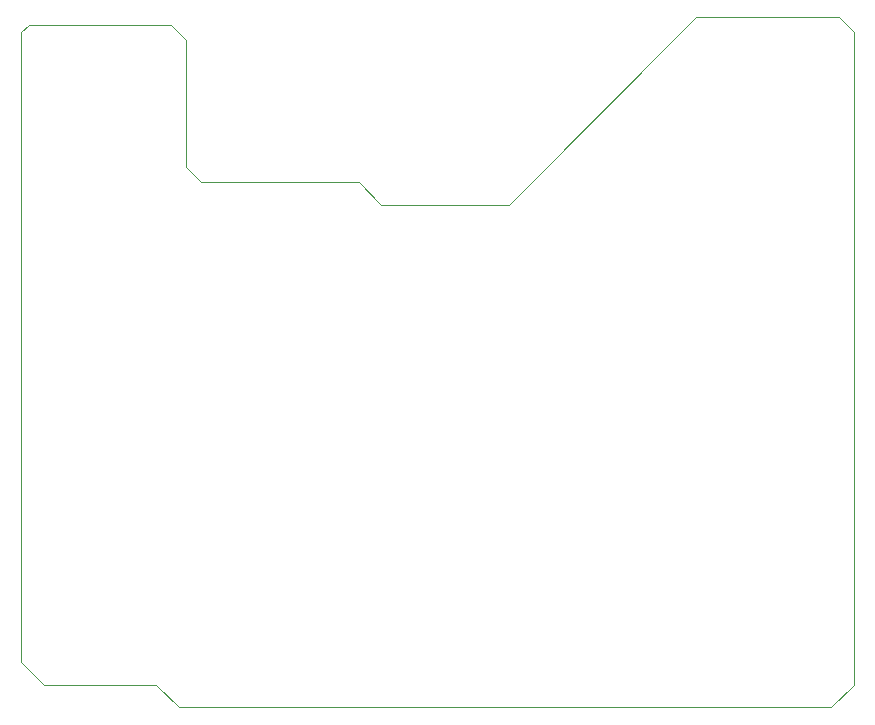
<source format=gbr>
G04 #@! TF.GenerationSoftware,KiCad,Pcbnew,(5.1.2)-2*
G04 #@! TF.CreationDate,2021-05-25T09:48:18+09:00*
G04 #@! TF.ProjectId,encoder,656e636f-6465-4722-9e6b-696361645f70,rev?*
G04 #@! TF.SameCoordinates,Original*
G04 #@! TF.FileFunction,Profile,NP*
%FSLAX46Y46*%
G04 Gerber Fmt 4.6, Leading zero omitted, Abs format (unit mm)*
G04 Created by KiCad (PCBNEW (5.1.2)-2) date 2021-05-25 09:48:18*
%MOMM*%
%LPD*%
G04 APERTURE LIST*
%ADD10C,0.050000*%
G04 APERTURE END LIST*
D10*
X95885000Y-62230000D02*
X95250000Y-62865000D01*
X107950000Y-62230000D02*
X95885000Y-62230000D01*
X109220000Y-63500000D02*
X107950000Y-62230000D01*
X109220000Y-64770000D02*
X109220000Y-63500000D01*
X109220000Y-74295000D02*
X109220000Y-64770000D01*
X110490000Y-75565000D02*
X109220000Y-74295000D01*
X123825000Y-75565000D02*
X110490000Y-75565000D01*
X125730000Y-77470000D02*
X123825000Y-75565000D01*
X136525000Y-77470000D02*
X125730000Y-77470000D01*
X152400000Y-61595000D02*
X136525000Y-77470000D01*
X164465000Y-61595000D02*
X152400000Y-61595000D01*
X165735000Y-62865000D02*
X164465000Y-61595000D01*
X165735000Y-118110000D02*
X165735000Y-62865000D01*
X163830000Y-120015000D02*
X165735000Y-118110000D01*
X108585000Y-120015000D02*
X163830000Y-120015000D01*
X106680000Y-118110000D02*
X108585000Y-120015000D01*
X97155000Y-118110000D02*
X106680000Y-118110000D01*
X95250000Y-116205000D02*
X97155000Y-118110000D01*
X95250000Y-62865000D02*
X95250000Y-116205000D01*
M02*

</source>
